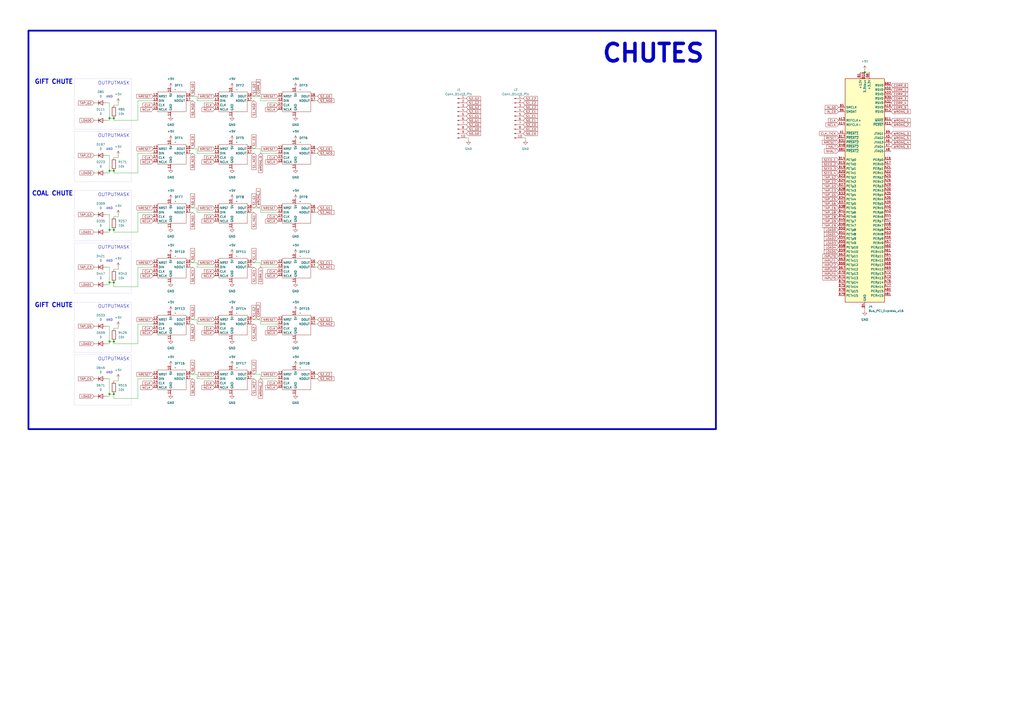
<source format=kicad_sch>
(kicad_sch (version 20250114) (generator "eeschema") (generator_version "9.0")
  (paper "A2")
  (title_block (title "Santa's Microfactory - Chutes PCB 1") (company "Logan Peterson"))
  (rectangle (start 43.18 175.26) (end 76.2 204.47) (stroke (width 0) (type dot)))
  (rectangle (start 43.18 140.97) (end 76.2 170.18) (stroke (width 0) (type dot)))
  (rectangle (start 43.18 110.49) (end 76.2 139.7) (stroke (width 0) (type dot)))
  (rectangle (start 43.18 45.72) (end 76.2 74.93) (stroke (width 0) (type dot)))
  (rectangle (start 16.51 17.78) (end 415.29 248.92) (stroke (width 1.016)))
  (rectangle (start 43.18 76.2) (end 76.2 105.41) (stroke (width 0) (type dot)))
  (rectangle (start 43.18 205.74) (end 76.2 234.95) (stroke (width 0) (type dot)))
  (text "AND" (at 63.5 120.904 0) (effects (font (size 1.27 1.27))))
  (text "AND" (at 63.5 56.134 0) (effects (font (size 1.27 1.27))))
  (text "AND" (at 63.5 151.384 0) (effects (font (size 1.27 1.27))))
  (text "OUTPUTMASK" (at 66.04 177.8 0) (effects (font (size 1.905 1.905))))
  (text "AND" (at 63.5 86.614 0) (effects (font (size 1.27 1.27))))
  (text "OUTPUTMASK" (at 66.04 113.03 0) (effects (font (size 1.905 1.905))))
  (text "GIFT CHUTE" (at 31.242 177.038 0) (effects (font (size 2.54 2.54) (thickness 0.508) (bold yes))))
  (text "AND" (at 63.5 216.154 0) (effects (font (size 1.27 1.27))))
  (text "COAL CHUTE" (at 30.48 112.268 0) (effects (font (size 2.54 2.54) (thickness 0.508) (bold yes))))
  (text "OUTPUTMASK" (at 66.04 48.26 0) (effects (font (size 1.905 1.905))))
  (text "OUTPUTMASK" (at 66.04 208.28 0) (effects (font (size 1.905 1.905))))
  (text "OUTPUTMASK" (at 66.04 143.51 0) (effects (font (size 1.905 1.905))))
  (text "GIFT CHUTE" (at 31.242 47.498 0) (effects (font (size 2.54 2.54) (thickness 0.508) (bold yes))))
  (text "OUTPUTMASK" (at 66.04 78.74 0) (effects (font (size 1.905 1.905))))
  (text "AND" (at 63.5 185.674 0) (effects (font (size 1.27 1.27))))
  (text "CHUTES" (at 378.968 30.988 0) (effects (font (size 10.16 10.16) (thickness 2.032) (bold yes))))
  (junction (at 63.5 68.58))
  (junction (at 63.5 228.6))
  (junction (at 66.04 133.35))
  (junction (at 66.04 228.6))
  (junction (at 63.5 163.83))
  (junction (at 63.5 133.35))
  (junction (at 66.04 99.06))
  (junction (at 501.65 41.91))
  (junction (at 66.04 163.83))
  (junction (at 63.5 99.06))
  (junction (at 66.04 68.58))
  (junction (at 63.5 198.12))
  (junction (at 66.04 198.12))
  (wire (pts (xy 114.3 58.42) (xy 124.46 58.42)))
  (wire (pts (xy 151.13 187.96) (xy 161.29 187.96)))
  (wire (pts (xy 63.5 219.71) (xy 63.5 228.6)))
  (wire (pts (xy 66.04 156.21) (xy 68.58 156.21)))
  (wire (pts (xy 146.05 185.42) (xy 151.13 185.42)))
  (wire (pts (xy 182.88 185.42) (xy 184.15 185.42)))
  (wire (pts (xy 182.88 86.36) (xy 184.15 86.36)))
  (wire (pts (xy 111.76 154.94) (xy 110.49 154.94)))
  (wire (pts (xy 184.15 154.94) (xy 182.88 154.94)))
  (wire (pts (xy 68.58 220.98) (xy 68.58 219.71)))
  (wire (pts (xy 62.23 100.33) (xy 63.5 100.33)))
  (wire (pts (xy 111.76 88.9) (xy 110.49 88.9)))
  (wire (pts (xy 151.13 120.65) (xy 151.13 123.19)))
  (wire (pts (xy 63.5 124.46) (xy 63.5 133.35)))
  (wire (pts (xy 146.05 217.17) (xy 151.13 217.17)))
  (wire (pts (xy 147.32 88.9) (xy 146.05 88.9)))
  (wire (pts (xy 147.32 58.42) (xy 146.05 58.42)))
  (wire (pts (xy 110.49 185.42) (xy 114.3 185.42)))
  (wire (pts (xy 110.49 120.65) (xy 114.3 120.65)))
  (wire (pts (xy 63.5 68.58) (xy 66.04 68.58)))
  (wire (pts (xy 63.5 90.17) (xy 62.23 90.17)))
  (wire (pts (xy 63.5 99.06) (xy 63.5 100.33)))
  (wire (pts (xy 182.88 120.65) (xy 184.15 120.65)))
  (wire (pts (xy 114.3 86.36) (xy 114.3 88.9)))
  (wire (pts (xy 147.32 219.71) (xy 146.05 219.71)))
  (wire (pts (xy 66.04 190.5) (xy 68.58 190.5)))
  (wire (pts (xy 62.23 199.39) (xy 63.5 199.39)))
  (wire (pts (xy 63.5 99.06) (xy 66.04 99.06)))
  (wire (pts (xy 501.65 40.64) (xy 501.65 41.91)))
  (wire (pts (xy 63.5 59.69) (xy 63.5 68.58)))
  (wire (pts (xy 63.5 163.83) (xy 66.04 163.83)))
  (wire (pts (xy 304.8 80.01) (xy 303.53 80.01)))
  (wire (pts (xy 63.5 228.6) (xy 63.5 229.87)))
  (wire (pts (xy 114.3 123.19) (xy 124.46 123.19)))
  (wire (pts (xy 68.58 91.44) (xy 68.58 90.17)))
  (wire (pts (xy 63.5 133.35) (xy 66.04 133.35)))
  (wire (pts (xy 63.5 133.35) (xy 63.5 134.62)))
  (wire (pts (xy 80.01 199.39) (xy 80.01 187.96)))
  (wire (pts (xy 80.01 166.37) (xy 80.01 154.94)))
  (wire (pts (xy 151.13 217.17) (xy 151.13 219.71)))
  (wire (pts (xy 63.5 90.17) (xy 63.5 99.06)))
  (wire (pts (xy 151.13 55.88) (xy 151.13 58.42)))
  (wire (pts (xy 66.04 100.33) (xy 66.04 99.06)))
  (wire (pts (xy 80.01 231.14) (xy 80.01 219.71)))
  (wire (pts (xy 111.76 219.71) (xy 110.49 219.71)))
  (wire (pts (xy 63.5 154.94) (xy 62.23 154.94)))
  (wire (pts (xy 182.88 217.17) (xy 184.15 217.17)))
  (wire (pts (xy 80.01 154.94) (xy 88.9 154.94)))
  (wire (pts (xy 68.58 125.73) (xy 68.58 124.46)))
  (wire (pts (xy 501.65 41.91) (xy 499.11 41.91)))
  (wire (pts (xy 66.04 91.44) (xy 68.58 91.44)))
  (wire (pts (xy 80.01 187.96) (xy 88.9 187.96)))
  (wire (pts (xy 146.05 152.4) (xy 151.13 152.4)))
  (wire (pts (xy 63.5 59.69) (xy 62.23 59.69)))
  (wire (pts (xy 111.76 187.96) (xy 110.49 187.96)))
  (wire (pts (xy 151.13 219.71) (xy 161.29 219.71)))
  (wire (pts (xy 63.5 163.83) (xy 63.5 165.1)))
  (wire (pts (xy 80.01 69.85) (xy 80.01 58.42)))
  (wire (pts (xy 80.01 58.42) (xy 88.9 58.42)))
  (wire (pts (xy 80.01 100.33) (xy 80.01 88.9)))
  (wire (pts (xy 62.23 134.62) (xy 63.5 134.62)))
  (wire (pts (xy 68.58 156.21) (xy 68.58 154.94)))
  (wire (pts (xy 182.88 152.4) (xy 184.15 152.4)))
  (wire (pts (xy 184.15 187.96) (xy 182.88 187.96)))
  (wire (pts (xy 63.5 154.94) (xy 63.5 163.83)))
  (wire (pts (xy 184.15 58.42) (xy 182.88 58.42)))
  (wire (pts (xy 66.04 231.14) (xy 66.04 228.6)))
  (wire (pts (xy 63.5 189.23) (xy 62.23 189.23)))
  (wire (pts (xy 66.04 100.33) (xy 80.01 100.33)))
  (wire (pts (xy 184.15 88.9) (xy 182.88 88.9)))
  (wire (pts (xy 66.04 68.58) (xy 66.04 69.85)))
  (wire (pts (xy 151.13 88.9) (xy 161.29 88.9)))
  (wire (pts (xy 304.8 81.28) (xy 304.8 80.01)))
  (wire (pts (xy 184.15 219.71) (xy 182.88 219.71)))
  (wire (pts (xy 63.5 189.23) (xy 63.5 198.12)))
  (wire (pts (xy 146.05 120.65) (xy 151.13 120.65)))
  (wire (pts (xy 151.13 154.94) (xy 161.29 154.94)))
  (wire (pts (xy 66.04 231.14) (xy 80.01 231.14)))
  (wire (pts (xy 147.32 123.19) (xy 146.05 123.19)))
  (wire (pts (xy 114.3 185.42) (xy 114.3 187.96)))
  (wire (pts (xy 146.05 86.36) (xy 151.13 86.36)))
  (wire (pts (xy 114.3 152.4) (xy 114.3 154.94)))
  (wire (pts (xy 147.32 154.94) (xy 146.05 154.94)))
  (wire (pts (xy 66.04 198.12) (xy 66.04 199.39)))
  (wire (pts (xy 501.65 41.91) (xy 504.19 41.91)))
  (wire (pts (xy 110.49 55.88) (xy 114.3 55.88)))
  (wire (pts (xy 110.49 217.17) (xy 114.3 217.17)))
  (wire (pts (xy 66.04 220.98) (xy 68.58 220.98)))
  (wire (pts (xy 66.04 134.62) (xy 80.01 134.62)))
  (wire (pts (xy 114.3 154.94) (xy 124.46 154.94)))
  (wire (pts (xy 62.23 229.87) (xy 63.5 229.87)))
  (wire (pts (xy 68.58 190.5) (xy 68.58 189.23)))
  (wire (pts (xy 111.76 123.19) (xy 110.49 123.19)))
  (wire (pts (xy 110.49 86.36) (xy 114.3 86.36)))
  (wire (pts (xy 66.04 69.85) (xy 80.01 69.85)))
  (wire (pts (xy 151.13 58.42) (xy 161.29 58.42)))
  (wire (pts (xy 66.04 199.39) (xy 80.01 199.39)))
  (wire (pts (xy 114.3 219.71) (xy 124.46 219.71)))
  (wire (pts (xy 63.5 124.46) (xy 62.23 124.46)))
  (wire (pts (xy 62.23 69.85) (xy 63.5 69.85)))
  (wire (pts (xy 110.49 152.4) (xy 114.3 152.4)))
  (wire (pts (xy 182.88 55.88) (xy 184.15 55.88)))
  (wire (pts (xy 63.5 198.12) (xy 66.04 198.12)))
  (wire (pts (xy 114.3 217.17) (xy 114.3 219.71)))
  (wire (pts (xy 63.5 68.58) (xy 63.5 69.85)))
  (wire (pts (xy 147.32 187.96) (xy 146.05 187.96)))
  (wire (pts (xy 111.76 58.42) (xy 110.49 58.42)))
  (wire (pts (xy 146.05 55.88) (xy 151.13 55.88)))
  (wire (pts (xy 66.04 166.37) (xy 66.04 163.83)))
  (wire (pts (xy 151.13 185.42) (xy 151.13 187.96)))
  (wire (pts (xy 63.5 198.12) (xy 63.5 199.39)))
  (wire (pts (xy 271.78 81.28) (xy 271.78 80.01)))
  (wire (pts (xy 501.65 180.34) (xy 501.65 179.07)))
  (wire (pts (xy 66.04 133.35) (xy 66.04 134.62)))
  (wire (pts (xy 271.78 80.01) (xy 270.51 80.01)))
  (wire (pts (xy 80.01 88.9) (xy 88.9 88.9)))
  (wire (pts (xy 62.23 165.1) (xy 63.5 165.1)))
  (wire (pts (xy 63.5 228.6) (xy 66.04 228.6)))
  (wire (pts (xy 114.3 120.65) (xy 114.3 123.19)))
  (wire (pts (xy 151.13 86.36) (xy 151.13 88.9)))
  (wire (pts (xy 66.04 125.73) (xy 68.58 125.73)))
  (wire (pts (xy 151.13 152.4) (xy 151.13 154.94)))
  (wire (pts (xy 114.3 88.9) (xy 124.46 88.9)))
  (wire (pts (xy 66.04 166.37) (xy 80.01 166.37)))
  (wire (pts (xy 63.5 219.71) (xy 62.23 219.71)))
  (wire (pts (xy 114.3 55.88) (xy 114.3 58.42)))
  (wire (pts (xy 80.01 219.71) (xy 88.9 219.71)))
  (wire (pts (xy 68.58 60.96) (xy 68.58 59.69)))
  (wire (pts (xy 151.13 123.19) (xy 161.29 123.19)))
  (wire (pts (xy 80.01 123.19) (xy 88.9 123.19)))
  (wire (pts (xy 80.01 134.62) (xy 80.01 123.19)))
  (wire (pts (xy 114.3 187.96) (xy 124.46 187.96)))
  (wire (pts (xy 66.04 60.96) (xy 68.58 60.96)))
  (wire (pts (xy 184.15 123.19) (xy 182.88 123.19)))
  (global_label "WRONG_0" (shape input) (at 151.13 88.9 270) (property "Intersheetrefs" "${INTERSHEET_REFS}" (effects (hide yes))))
  (global_label "WRONG_1" (shape input) (at 149.86 120.65 90) (property "Intersheetrefs" "${INTERSHEET_REFS}" (effects (hide yes))))
  (global_label "S2_G1" (shape input) (at 270.51 64.77 0) (property "Intersheetrefs" "${INTERSHEET_REFS}" (effects (hide yes))))
  (global_label "TAP_G3" (shape input) (at 54.61 124.46 180) (property "Intersheetrefs" "${INTERSHEET_REFS}" (effects (hide yes))))
  (global_label "S2_NG0" (shape input) (at 184.15 58.42 0) (property "Intersheetrefs" "${INTERSHEET_REFS}" (effects (hide yes))))
  (global_label "INPUT0" (shape input) (at 486.41 148.59 180) (property "Intersheetrefs" "${INTERSHEET_REFS}" (effects (hide yes))))
  (global_label "NRESET" (shape input) (at 161.29 86.36 180) (property "Intersheetrefs" "${INTERSHEET_REFS}" (effects (hide yes))))
  (global_label "S0_C2" (shape input) (at 111.76 217.17 90) (property "Intersheetrefs" "${INTERSHEET_REFS}" (effects (hide yes))))
  (global_label "INPUT1" (shape input) (at 486.41 151.13 180) (property "Intersheetrefs" "${INTERSHEET_REFS}" (effects (hide yes))))
  (global_label "WRONG_2" (shape input) (at 151.13 219.71 270) (property "Intersheetrefs" "${INTERSHEET_REFS}" (effects (hide yes))))
  (global_label "S2_NC1" (shape input) (at 184.15 154.94 0) (property "Intersheetrefs" "${INTERSHEET_REFS}" (effects (hide yes))))
  (global_label "TAP_G3" (shape input) (at 486.41 107.95 180) (property "Intersheetrefs" "${INTERSHEET_REFS}" (effects (hide yes))))
  (global_label "NRESET" (shape input) (at 88.9 86.36 180) (property "Intersheetrefs" "${INTERSHEET_REFS}" (effects (hide yes))))
  (global_label "S0_G0" (shape input) (at 111.76 55.88 90) (property "Intersheetrefs" "${INTERSHEET_REFS}" (effects (hide yes))))
  (global_label "NCLK" (shape input) (at 161.29 224.79 180) (property "Intersheetrefs" "${INTERSHEET_REFS}" (effects (hide yes))))
  (global_label "CLK" (shape input) (at 124.46 60.96 180) (property "Intersheetrefs" "${INTERSHEET_REFS}" (effects (hide yes))))
  (global_label "TAP_C2" (shape input) (at 486.41 105.41 180) (property "Intersheetrefs" "${INTERSHEET_REFS}" (effects (hide yes))))
  (global_label "S2_NC0" (shape input) (at 184.15 88.9 0) (property "Intersheetrefs" "${INTERSHEET_REFS}" (effects (hide yes))))
  (global_label "S0_NG1" (shape input) (at 111.76 123.19 270) (property "Intersheetrefs" "${INTERSHEET_REFS}" (effects (hide yes))))
  (global_label "CORR_1" (shape input) (at 151.13 154.94 270) (property "Intersheetrefs" "${INTERSHEET_REFS}" (effects (hide yes))))
  (global_label "TAP_C5" (shape input) (at 486.41 115.57 180) (property "Intersheetrefs" "${INTERSHEET_REFS}" (effects (hide yes))))
  (global_label "IN_G0" (shape input) (at 486.41 62.23 180) (property "Intersheetrefs" "${INTERSHEET_REFS}" (effects (hide yes))))
  (global_label "CLK" (shape input) (at 161.29 91.44 180) (property "Intersheetrefs" "${INTERSHEET_REFS}" (effects (hide yes))))
  (global_label "NCLK" (shape input) (at 161.29 160.02 180) (property "Intersheetrefs" "${INTERSHEET_REFS}" (effects (hide yes))))
  (global_label "NCLK" (shape input) (at 124.46 193.04 180) (property "Intersheetrefs" "${INTERSHEET_REFS}" (effects (hide yes))))
  (global_label "LOAD4" (shape input) (at 486.41 143.51 180) (property "Intersheetrefs" "${INTERSHEET_REFS}" (effects (hide yes))))
  (global_label "TAP_G2" (shape input) (at 486.41 102.87 180) (property "Intersheetrefs" "${INTERSHEET_REFS}" (effects (hide yes))))
  (global_label "S0_G0" (shape input) (at 270.51 77.47 0) (property "Intersheetrefs" "${INTERSHEET_REFS}" (effects (hide yes))))
  (global_label "CLK" (shape input) (at 124.46 190.5 180) (property "Intersheetrefs" "${INTERSHEET_REFS}" (effects (hide yes))))
  (global_label "NCLK" (shape input) (at 486.41 72.39 180) (property "Intersheetrefs" "${INTERSHEET_REFS}" (effects (hide yes))))
  (global_label "TAP_G5" (shape input) (at 54.61 189.23 180) (property "Intersheetrefs" "${INTERSHEET_REFS}" (effects (hide yes))))
  (global_label "S0_C0" (shape input) (at 303.53 77.47 0) (property "Intersheetrefs" "${INTERSHEET_REFS}" (effects (hide yes))))
  (global_label "CLK" (shape input) (at 88.9 125.73 180) (property "Intersheetrefs" "${INTERSHEET_REFS}" (effects (hide yes))))
  (global_label "S1_C2" (shape input) (at 303.53 59.69 0) (property "Intersheetrefs" "${INTERSHEET_REFS}" (effects (hide yes))))
  (global_label "CLK" (shape input) (at 124.46 157.48 180) (property "Intersheetrefs" "${INTERSHEET_REFS}" (effects (hide yes))))
  (global_label "S0_C2" (shape input) (at 303.53 62.23 0) (property "Intersheetrefs" "${INTERSHEET_REFS}" (effects (hide yes))))
  (global_label "NRESET" (shape input) (at 486.41 82.55 180) (property "Intersheetrefs" "${INTERSHEET_REFS}" (effects (hide yes))))
  (global_label "S1_C0" (shape input) (at 147.32 86.36 90) (property "Intersheetrefs" "${INTERSHEET_REFS}" (effects (hide yes))))
  (global_label "S1_NC0" (shape input) (at 147.32 88.9 270) (property "Intersheetrefs" "${INTERSHEET_REFS}" (effects (hide yes))))
  (global_label "WRONG_4" (shape input) (at 516.89 82.55 0) (property "Intersheetrefs" "${INTERSHEET_REFS}" (effects (hide yes))))
  (global_label "NCLK" (shape input) (at 88.9 193.04 180) (property "Intersheetrefs" "${INTERSHEET_REFS}" (effects (hide yes))))
  (global_label "NCLK" (shape input) (at 88.9 63.5 180) (property "Intersheetrefs" "${INTERSHEET_REFS}" (effects (hide yes))))
  (global_label "S2_C2" (shape input) (at 184.15 217.17 0) (property "Intersheetrefs" "${INTERSHEET_REFS}" (effects (hide yes))))
  (global_label "CLK" (shape input) (at 88.9 222.25 180) (property "Intersheetrefs" "${INTERSHEET_REFS}" (effects (hide yes))))
  (global_label "NCLK" (shape input) (at 124.46 160.02 180) (property "Intersheetrefs" "${INTERSHEET_REFS}" (effects (hide yes))))
  (global_label "CLK" (shape input) (at 88.9 157.48 180) (property "Intersheetrefs" "${INTERSHEET_REFS}" (effects (hide yes))))
  (global_label "LOAD0" (shape input) (at 54.61 69.85 180) (property "Intersheetrefs" "${INTERSHEET_REFS}" (effects (hide yes))))
  (global_label "S1_C2" (shape input) (at 147.32 217.17 90) (property "Intersheetrefs" "${INTERSHEET_REFS}" (effects (hide yes))))
  (global_label "CLK" (shape input) (at 161.29 190.5 180) (property "Intersheetrefs" "${INTERSHEET_REFS}" (effects (hide yes))))
  (global_label "CLK" (shape input) (at 124.46 222.25 180) (property "Intersheetrefs" "${INTERSHEET_REFS}" (effects (hide yes))))
  (global_label "SEED_4" (shape input) (at 486.41 100.33 180) (property "Intersheetrefs" "${INTERSHEET_REFS}" (effects (hide yes))))
  (global_label "S0_C0" (shape input) (at 111.76 86.36 90) (property "Intersheetrefs" "${INTERSHEET_REFS}" (effects (hide yes))))
  (global_label "CORR_2" (shape input) (at 516.89 54.61 0) (property "Intersheetrefs" "${INTERSHEET_REFS}" (effects (hide yes))))
  (global_label "WRONG_3" (shape input) (at 516.89 77.47 0) (property "Intersheetrefs" "${INTERSHEET_REFS}" (effects (hide yes))))
  (global_label "CLK" (shape input) (at 161.29 157.48 180) (property "Intersheetrefs" "${INTERSHEET_REFS}" (effects (hide yes))))
  (global_label "INPUT3" (shape input) (at 486.41 156.21 180) (property "Intersheetrefs" "${INTERSHEET_REFS}" (effects (hide yes))))
  (global_label "INPUT2" (shape input) (at 486.41 153.67 180) (property "Intersheetrefs" "${INTERSHEET_REFS}" (effects (hide yes))))
  (global_label "S1_NG2" (shape input) (at 147.32 187.96 270) (property "Intersheetrefs" "${INTERSHEET_REFS}" (effects (hide yes))))
  (global_label "TAP_G2" (shape input) (at 54.61 59.69 180) (property "Intersheetrefs" "${INTERSHEET_REFS}" (effects (hide yes))))
  (global_label "S0_NC0" (shape input) (at 111.76 88.9 270) (property "Intersheetrefs" "${INTERSHEET_REFS}" (effects (hide yes))))
  (global_label "LOAD1" (shape input) (at 486.41 135.89 180) (property "Intersheetrefs" "${INTERSHEET_REFS}" (effects (hide yes))))
  (global_label "NRESET" (shape input) (at 124.46 55.88 180) (property "Intersheetrefs" "${INTERSHEET_REFS}" (effects (hide yes))))
  (global_label "S1_C0" (shape input) (at 303.53 74.93 0) (property "Intersheetrefs" "${INTERSHEET_REFS}" (effects (hide yes))))
  (global_label "S1_NG0" (shape input) (at 147.32 58.42 270) (property "Intersheetrefs" "${INTERSHEET_REFS}" (effects (hide yes))))
  (global_label "S1_G1" (shape input) (at 270.51 67.31 0) (property "Intersheetrefs" "${INTERSHEET_REFS}" (effects (hide yes))))
  (global_label "NRESET" (shape input) (at 161.29 120.65 180) (property "Intersheetrefs" "${INTERSHEET_REFS}" (effects (hide yes))))
  (global_label "LOAD0" (shape input) (at 54.61 100.33 180) (property "Intersheetrefs" "${INTERSHEET_REFS}" (effects (hide yes))))
  (global_label "NRESET" (shape input) (at 124.46 152.4 180) (property "Intersheetrefs" "${INTERSHEET_REFS}" (effects (hide yes))))
  (global_label "NCLK" (shape input) (at 88.9 224.79 180) (property "Intersheetrefs" "${INTERSHEET_REFS}" (effects (hide yes))))
  (global_label "CORR_2" (shape input) (at 149.86 185.42 90) (property "Intersheetrefs" "${INTERSHEET_REFS}" (effects (hide yes))))
  (global_label "CLK" (shape input) (at 161.29 222.25 180) (property "Intersheetrefs" "${INTERSHEET_REFS}" (effects (hide yes))))
  (global_label "SEED_2" (shape input) (at 486.41 95.25 180) (property "Intersheetrefs" "${INTERSHEET_REFS}" (effects (hide yes))))
  (global_label "S1_C1" (shape input) (at 303.53 67.31 0) (property "Intersheetrefs" "${INTERSHEET_REFS}" (effects (hide yes))))
  (global_label "WRONG_5" (shape input) (at 516.89 80.01 0) (property "Intersheetrefs" "${INTERSHEET_REFS}" (effects (hide yes))))
  (global_label "NCLK" (shape input) (at 124.46 63.5 180) (property "Intersheetrefs" "${INTERSHEET_REFS}" (effects (hide yes))))
  (global_label "S0_G1" (shape input) (at 111.76 120.65 90) (property "Intersheetrefs" "${INTERSHEET_REFS}" (effects (hide yes))))
  (global_label "CORR_5" (shape input) (at 516.89 62.23 0) (property "Intersheetrefs" "${INTERSHEET_REFS}" (effects (hide yes))))
  (global_label "CLK" (shape input) (at 161.29 60.96 180) (property "Intersheetrefs" "${INTERSHEET_REFS}" (effects (hide yes))))
  (global_label "NCLK" (shape input) (at 88.9 128.27 180) (property "Intersheetrefs" "${INTERSHEET_REFS}" (effects (hide yes))))
  (global_label "S2_NC2" (shape input) (at 184.15 219.71 0) (property "Intersheetrefs" "${INTERSHEET_REFS}" (effects (hide yes))))
  (global_label "WRONG_5" (shape input) (at 516.89 85.09 0) (property "Intersheetrefs" "${INTERSHEET_REFS}" (effects (hide yes))))
  (global_label "CLK" (shape input) (at 88.9 60.96 180) (property "Intersheetrefs" "${INTERSHEET_REFS}" (effects (hide yes))))
  (global_label "S1_G1" (shape input) (at 147.32 120.65 90) (property "Intersheetrefs" "${INTERSHEET_REFS}" (effects (hide yes))))
  (global_label "SEED_1" (shape input) (at 486.41 92.71 180) (property "Intersheetrefs" "${INTERSHEET_REFS}" (effects (hide yes))))
  (global_label "NCLK" (shape input) (at 124.46 224.79 180) (property "Intersheetrefs" "${INTERSHEET_REFS}" (effects (hide yes))))
  (global_label "CORR_1" (shape input) (at 516.89 52.07 0) (property "Intersheetrefs" "${INTERSHEET_REFS}" (effects (hide yes))))
  (global_label "RESET" (shape input) (at 486.41 80.01 180) (property "Intersheetrefs" "${INTERSHEET_REFS}" (effects (hide yes))))
  (global_label "NRESET" (shape input) (at 124.46 120.65 180) (property "Intersheetrefs" "${INTERSHEET_REFS}" (effects (hide yes))))
  (global_label "NRESET" (shape input) (at 124.46 86.36 180) (property "Intersheetrefs" "${INTERSHEET_REFS}" (effects (hide yes))))
  (global_label "TAP_C5" (shape input) (at 54.61 219.71 180) (property "Intersheetrefs" "${INTERSHEET_REFS}" (effects (hide yes))))
  (global_label "SEED_3" (shape input) (at 486.41 97.79 180) (property "Intersheetrefs" "${INTERSHEET_REFS}" (effects (hide yes))))
  (global_label "S0_NG0" (shape input) (at 111.76 58.42 270) (property "Intersheetrefs" "${INTERSHEET_REFS}" (effects (hide yes))))
  (global_label "S1_G2" (shape input) (at 147.32 185.42 90) (property "Intersheetrefs" "${INTERSHEET_REFS}" (effects (hide yes))))
  (global_label "NRESET" (shape input) (at 161.29 185.42 180) (property "Intersheetrefs" "${INTERSHEET_REFS}" (effects (hide yes))))
  (global_label "TAP_G8" (shape input) (at 486.41 123.19 180) (property "Intersheetrefs" "${INTERSHEET_REFS}" (effects (hide yes))))
  (global_label "NRESET" (shape input) (at 124.46 217.17 180) (property "Intersheetrefs" "${INTERSHEET_REFS}" (effects (hide yes))))
  (global_label "NCLK" (shape input) (at 88.9 93.98 180) (property "Intersheetrefs" "${INTERSHEET_REFS}" (effects (hide yes))))
  (global_label "NCLK" (shape input) (at 124.46 93.98 180) (property "Intersheetrefs" "${INTERSHEET_REFS}" (effects (hide yes))))
  (global_label "S0_G1" (shape input) (at 270.51 69.85 0) (property "Intersheetrefs" "${INTERSHEET_REFS}" (effects (hide yes))))
  (global_label "WRONG_1" (shape input) (at 516.89 69.85 0) (property "Intersheetrefs" "${INTERSHEET_REFS}" (effects (hide yes))))
  (global_label "NRESET" (shape input) (at 88.9 185.42 180) (property "Intersheetrefs" "${INTERSHEET_REFS}" (effects (hide yes))))
  (global_label "S0_G2" (shape input) (at 111.76 185.42 90) (property "Intersheetrefs" "${INTERSHEET_REFS}" (effects (hide yes))))
  (global_label "S2_NG2" (shape input) (at 184.15 187.96 0) (property "Intersheetrefs" "${INTERSHEET_REFS}" (effects (hide yes))))
  (global_label "S2_G2" (shape input) (at 270.51 57.15 0) (property "Intersheetrefs" "${INTERSHEET_REFS}" (effects (hide yes))))
  (global_label "NCLK" (shape input) (at 88.9 160.02 180) (property "Intersheetrefs" "${INTERSHEET_REFS}" (effects (hide yes))))
  (global_label "LOAD2" (shape input) (at 486.41 138.43 180) (property "Intersheetrefs" "${INTERSHEET_REFS}" (effects (hide yes))))
  (global_label "LOAD0" (shape input) (at 486.41 133.35 180) (property "Intersheetrefs" "${INTERSHEET_REFS}" (effects (hide yes))))
  (global_label "NCLK" (shape input) (at 161.29 93.98 180) (property "Intersheetrefs" "${INTERSHEET_REFS}" (effects (hide yes))))
  (global_label "S1_NC1" (shape input) (at 147.32 154.94 270) (property "Intersheetrefs" "${INTERSHEET_REFS}" (effects (hide yes))))
  (global_label "S2_G1" (shape input) (at 184.15 120.65 0) (property "Intersheetrefs" "${INTERSHEET_REFS}" (effects (hide yes))))
  (global_label "CLK" (shape input) (at 88.9 91.44 180) (property "Intersheetrefs" "${INTERSHEET_REFS}" (effects (hide yes))))
  (global_label "CORR_4" (shape input) (at 516.89 59.69 0) (property "Intersheetrefs" "${INTERSHEET_REFS}" (effects (hide yes))))
  (global_label "TAP_C9" (shape input) (at 486.41 130.81 180) (property "Intersheetrefs" "${INTERSHEET_REFS}" (effects (hide yes))))
  (global_label "NCLK" (shape input) (at 124.46 128.27 180) (property "Intersheetrefs" "${INTERSHEET_REFS}" (effects (hide yes))))
  (global_label "LOAD1" (shape input) (at 54.61 134.62 180) (property "Intersheetrefs" "${INTERSHEET_REFS}" (effects (hide yes))))
  (global_label "HALT" (shape input) (at 486.41 85.09 180) (property "Intersheetrefs" "${INTERSHEET_REFS}" (effects (hide yes))))
  (global_label "S2_C1" (shape input) (at 303.53 64.77 0) (property "Intersheetrefs" "${INTERSHEET_REFS}" (effects (hide yes))))
  (global_label "S2_C2" (shape input) (at 303.53 57.15 0) (property "Intersheetrefs" "${INTERSHEET_REFS}" (effects (hide yes))))
  (global_label "CLK" (shape input) (at 486.41 69.85 180) (property "Intersheetrefs" "${INTERSHEET_REFS}" (effects (hide yes))))
  (global_label "CORR_3" (shape input) (at 516.89 57.15 0) (property "Intersheetrefs" "${INTERSHEET_REFS}" (effects (hide yes))))
  (global_label "S0_NC1" (shape input) (at 111.76 154.94 270) (property "Intersheetrefs" "${INTERSHEET_REFS}" (effects (hide yes))))
  (global_label "IN_C0" (shape input) (at 486.41 64.77 180) (property "Intersheetrefs" "${INTERSHEET_REFS}" (effects (hide yes))))
  (global_label "S1_C1" (shape input) (at 147.32 152.4 90) (property "Intersheetrefs" "${INTERSHEET_REFS}" (effects (hide yes))))
  (global_label "CORR_0" (shape input) (at 516.89 49.53 0) (property "Intersheetrefs" "${INTERSHEET_REFS}" (effects (hide yes))))
  (global_label "TAP_G6" (shape input) (at 486.41 118.11 180) (property "Intersheetrefs" "${INTERSHEET_REFS}" (effects (hide yes))))
  (global_label "LOAD3" (shape input) (at 486.41 140.97 180) (property "Intersheetrefs" "${INTERSHEET_REFS}" (effects (hide yes))))
  (global_label "TAP_C3" (shape input) (at 486.41 110.49 180) (property "Intersheetrefs" "${INTERSHEET_REFS}" (effects (hide yes))))
  (global_label "S0_C1" (shape input) (at 303.53 69.85 0) (property "Intersheetrefs" "${INTERSHEET_REFS}" (effects (hide yes))))
  (global_label "NHALT" (shape input) (at 486.41 87.63 180) (property "Intersheetrefs" "${INTERSHEET_REFS}" (effects (hide yes))))
  (global_label "NRESET" (shape input) (at 124.46 185.42 180) (property "Intersheetrefs" "${INTERSHEET_REFS}" (effects (hide yes))))
  (global_label "S2_C0" (shape input) (at 303.53 72.39 0) (property "Intersheetrefs" "${INTERSHEET_REFS}" (effects (hide yes))))
  (global_label "TAP_C2" (shape input) (at 54.61 90.17 180) (property "Intersheetrefs" "${INTERSHEET_REFS}" (effects (hide yes))))
  (global_label "S0_G2" (shape input) (at 270.51 62.23 0) (property "Intersheetrefs" "${INTERSHEET_REFS}" (effects (hide yes))))
  (global_label "CLK" (shape input) (at 124.46 91.44 180) (property "Intersheetrefs" "${INTERSHEET_REFS}" (effects (hide yes))))
  (global_label "NRESET" (shape input) (at 88.9 152.4 180) (property "Intersheetrefs" "${INTERSHEET_REFS}" (effects (hide yes))))
  (global_label "LOAD5" (shape input) (at 486.41 146.05 180) (property "Intersheetrefs" "${INTERSHEET_REFS}" (effects (hide yes))))
  (global_label "S2_C1" (shape input) (at 184.15 152.4 0) (property "Intersheetrefs" "${INTERSHEET_REFS}" (effects (hide yes))))
  (global_label "WRONG_2" (shape input) (at 516.89 72.39 0) (property "Intersheetrefs" "${INTERSHEET_REFS}" (effects (hide yes))))
  (global_label "S1_G0" (shape input) (at 270.51 74.93 0) (property "Intersheetrefs" "${INTERSHEET_REFS}" (effects (hide yes))))
  (global_label "NCLK" (shape input) (at 161.29 63.5 180) (property "Intersheetrefs" "${INTERSHEET_REFS}" (effects (hide yes))))
  (global_label "LOAD1" (shape input) (at 54.61 165.1 180) (property "Intersheetrefs" "${INTERSHEET_REFS}" (effects (hide yes))))
  (global_label "S0_NC2" (shape input) (at 111.76 219.71 270) (property "Intersheetrefs" "${INTERSHEET_REFS}" (effects (hide yes))))
  (global_label "S0_NG2" (shape input) (at 111.76 187.96 270) (property "Intersheetrefs" "${INTERSHEET_REFS}" (effects (hide yes))))
  (global_label "WRONG_0" (shape input) (at 516.89 64.77 0) (property "Intersheetrefs" "${INTERSHEET_REFS}" (effects (hide yes))))
  (global_label "NRESET" (shape input) (at 161.29 55.88 180) (property "Intersheetrefs" "${INTERSHEET_REFS}" (effects (hide yes))))
  (global_label "CLK" (shape input) (at 124.46 125.73 180) (property "Intersheetrefs" "${INTERSHEET_REFS}" (effects (hide yes))))
  (global_label "S2_G2" (shape input) (at 184.15 185.42 0) (property "Intersheetrefs" "${INTERSHEET_REFS}" (effects (hide yes))))
  (global_label "LOAD2" (shape input) (at 54.61 229.87 180) (property "Intersheetrefs" "${INTERSHEET_REFS}" (effects (hide yes))))
  (global_label "S1_G2" (shape input) (at 270.51 59.69 0) (property "Intersheetrefs" "${INTERSHEET_REFS}" (effects (hide yes))))
  (global_label "LOAD2" (shape input) (at 54.61 199.39 180) (property "Intersheetrefs" "${INTERSHEET_REFS}" (effects (hide yes))))
  (global_label "S0_C1" (shape input) (at 111.76 152.4 90) (property "Intersheetrefs" "${INTERSHEET_REFS}" (effects (hide yes))))
  (global_label "NRESET" (shape input) (at 161.29 217.17 180) (property "Intersheetrefs" "${INTERSHEET_REFS}" (effects (hide yes))))
  (global_label "TAP_G9" (shape input) (at 486.41 128.27 180) (property "Intersheetrefs" "${INTERSHEET_REFS}" (effects (hide yes))))
  (global_label "CORR_0" (shape input) (at 149.86 55.88 90) (property "Intersheetrefs" "${INTERSHEET_REFS}" (effects (hide yes))))
  (global_label "INPUT4" (shape input) (at 486.41 158.75 180) (property "Intersheetrefs" "${INTERSHEET_REFS}" (effects (hide yes))))
  (global_label "TAP_C8" (shape input) (at 486.41 125.73 180) (property "Intersheetrefs" "${INTERSHEET_REFS}" (effects (hide yes))))
  (global_label "S1_NC2" (shape input) (at 147.32 219.71 270) (property "Intersheetrefs" "${INTERSHEET_REFS}" (effects (hide yes))))
  (global_label "CLK_TICK" (shape input) (at 486.41 77.47 180) (property "Intersheetrefs" "${INTERSHEET_REFS}" (effects (hide yes))))
  (global_label "S1_NG1" (shape input) (at 147.32 123.19 270) (property "Intersheetrefs" "${INTERSHEET_REFS}" (effects (hide yes))))
  (global_label "NRESET" (shape input) (at 88.9 120.65 180) (property "Intersheetrefs" "${INTERSHEET_REFS}" (effects (hide yes))))
  (global_label "TAP_C3" (shape input) (at 54.61 154.94 180) (property "Intersheetrefs" "${INTERSHEET_REFS}" (effects (hide yes))))
  (global_label "CLK" (shape input) (at 88.9 190.5 180) (property "Intersheetrefs" "${INTERSHEET_REFS}" (effects (hide yes))))
  (global_label "NCLK" (shape input) (at 161.29 193.04 180) (property "Intersheetrefs" "${INTERSHEET_REFS}" (effects (hide yes))))
  (global_label "S2_G0" (shape input) (at 270.51 72.39 0) (property "Intersheetrefs" "${INTERSHEET_REFS}" (effects (hide yes))))
  (global_label "INPUT5" (shape input) (at 486.41 161.29 180) (property "Intersheetrefs" "${INTERSHEET_REFS}" (effects (hide yes))))
  (global_label "NRESET" (shape input) (at 88.9 217.17 180) (property "Intersheetrefs" "${INTERSHEET_REFS}" (effects (hide yes))))
  (global_label "S1_G0" (shape input) (at 147.32 55.88 90) (property "Intersheetrefs" "${INTERSHEET_REFS}" (effects (hide yes))))
  (global_label "S2_NG1" (shape input) (at 184.15 123.19 0) (property "Intersheetrefs" "${INTERSHEET_REFS}" (effects (hide yes))))
  (global_label "S2_G0" (shape input) (at 184.15 55.88 0) (property "Intersheetrefs" "${INTERSHEET_REFS}" (effects (hide yes))))
  (global_label "S2_C0" (shape input) (at 184.15 86.36 0) (property "Intersheetrefs" "${INTERSHEET_REFS}" (effects (hide yes))))
  (global_label "CLK" (shape input) (at 161.29 125.73 180) (property "Intersheetrefs" "${INTERSHEET_REFS}" (effects (hide yes))))
  (global_label "NCLK" (shape input) (at 161.29 128.27 180) (property "Intersheetrefs" "${INTERSHEET_REFS}" (effects (hide yes))))
  (global_label "NRESET" (shape input) (at 161.29 152.4 180) (property "Intersheetrefs" "${INTERSHEET_REFS}" (effects (hide yes))))
  (global_label "TAP_G5" (shape input) (at 486.41 113.03 180) (property "Intersheetrefs" "${INTERSHEET_REFS}" (effects (hide yes))))
  (global_label "TAP_C6" (shape input) (at 486.41 120.65 180) (property "Intersheetrefs" "${INTERSHEET_REFS}" (effects (hide yes))))
  (global_label "NRESET" (shape input) (at 88.9 55.88 180) (property "Intersheetrefs" "${INTERSHEET_REFS}" (effects (hide yes))))
  (symbol (lib_id "Device:D") (at 58.42 189.23 0) (unit 1)
    (property "Reference" "D533" (at 58.42 182.88 0))
    (property "Value" "D" (at 58.42 185.42 0))
    (property "Footprint" "Diode_THT:D_DO-35_SOD27_P2.54mm_Vertical_AnodeUp" (effects (hide yes)))
    (property "Description" "Diode" (effects (hide yes)))
    (property "Sim.Device" "D" (effects (hide yes)))
    (property "Sim.Pins" "1=K 2=A" (effects (hide yes)))
  )
  (symbol (lib_id "shenanigans:DFF-shenanigans") (at 135.89 124.46 0) (unit 1)
    (property "Reference" "DFF8" (at 136.7633 114.3 0) (effects (justify left)))
    (property "Value" "~" (at 136.7633 116.84 0) (effects (justify left)))
    (property "Footprint" "shenanigans:DFF-shenanigans" (effects (hide yes)))
  )
  (symbol (lib_id "power:+5V") (at 171.45 147.32 0) (unit 1)
    (property "Reference" "#PWR019" (effects (hide yes)))
    (property "Value" "+5V" (at 171.45 142.24 0))
    (property "Description" "Power symbol creates a global label with name \"+5V\"" (effects (hide yes)))
  )
  (symbol (lib_id "Device:D") (at 58.42 69.85 0) (unit 1)
    (property "Reference" "D111" (at 58.42 63.5 0))
    (property "Value" "D" (at 58.42 66.04 0))
    (property "Footprint" "Diode_THT:D_DO-35_SOD27_P2.54mm_Vertical_AnodeUp" (effects (hide yes)))
    (property "Description" "Diode" (effects (hide yes)))
    (property "Sim.Device" "D" (effects (hide yes)))
    (property "Sim.Pins" "1=K 2=A" (effects (hide yes)))
  )
  (symbol (lib_id "Device:D") (at 58.42 165.1 0) (unit 1)
    (property "Reference" "D447" (at 58.42 158.75 0))
    (property "Value" "D" (at 58.42 161.29 0))
    (property "Footprint" "Diode_THT:D_DO-35_SOD27_P2.54mm_Vertical_AnodeUp" (effects (hide yes)))
    (property "Description" "Diode" (effects (hide yes)))
    (property "Sim.Device" "D" (effects (hide yes)))
    (property "Sim.Pins" "1=K 2=A" (effects (hide yes)))
  )
  (symbol (lib_id "power:GND") (at 99.06 67.31 0) (unit 1)
    (property "Reference" "#PWR0570" (effects (hide yes)))
    (property "Value" "GND" (at 99.06 72.39 0))
    (property "Description" "Power symbol creates a global label with name \"GND\" , ground" (effects (hide yes)))
  )
  (symbol (lib_id "power:GND") (at 134.62 97.79 0) (unit 1)
    (property "Reference" "#PWR09" (effects (hide yes)))
    (property "Value" "GND" (at 134.62 102.87 0))
    (property "Description" "Power symbol creates a global label with name \"GND\" , ground" (effects (hide yes)))
  )
  (symbol (lib_id "shenanigans:DFF-shenanigans") (at 135.89 90.17 0) (unit 1)
    (property "Reference" "DFF5" (at 136.7633 80.01 0) (effects (justify left)))
    (property "Value" "~" (at 136.7633 82.55 0) (effects (justify left)))
    (property "Footprint" "shenanigans:DFF-shenanigans" (effects (hide yes)))
  )
  (symbol (lib_id "Device:R") (at 66.04 160.02 0) (unit 1)
    (property "Reference" "R343" (at 68.58 158.7499 0) (effects (justify left)))
    (property "Value" "10k" (at 68.58 161.2899 0) (effects (justify left)))
    (property "Footprint" "Resistor_THT:R_Axial_DIN0207_L6.3mm_D2.5mm_P2.54mm_Vertical" (effects (hide yes)))
    (property "Description" "Resistor" (effects (hide yes)))
  )
  (symbol (lib_id "power:GND") (at 171.45 97.79 0) (unit 1)
    (property "Reference" "#PWR010" (effects (hide yes)))
    (property "Value" "GND" (at 171.45 102.87 0))
    (property "Description" "Power symbol creates a global label with name \"GND\" , ground" (effects (hide yes)))
  )
  (symbol (lib_id "shenanigans:DFF-shenanigans") (at 100.33 156.21 0) (unit 1)
    (property "Reference" "DFF10" (at 101.2033 146.05 0) (effects (justify left)))
    (property "Value" "~" (at 101.2033 148.59 0) (effects (justify left)))
    (property "Footprint" "shenanigans:DFF-shenanigans" (effects (hide yes)))
  )
  (symbol (lib_id "shenanigans:DFF-shenanigans") (at 135.89 156.21 0) (unit 1)
    (property "Reference" "DFF11" (at 136.7633 146.05 0) (effects (justify left)))
    (property "Value" "~" (at 136.7633 148.59 0) (effects (justify left)))
    (property "Footprint" "shenanigans:DFF-shenanigans" (effects (hide yes)))
  )
  (symbol (lib_id "power:GND") (at 171.45 163.83 0) (unit 1)
    (property "Reference" "#PWR022" (effects (hide yes)))
    (property "Value" "GND" (at 171.45 168.91 0))
    (property "Description" "Power symbol creates a global label with name \"GND\" , ground" (effects (hide yes)))
  )
  (symbol (lib_id "power:+5V") (at 171.45 81.28 0) (unit 1)
    (property "Reference" "#PWR07" (effects (hide yes)))
    (property "Value" "+5V" (at 171.45 76.2 0))
    (property "Description" "Power symbol creates a global label with name \"+5V\"" (effects (hide yes)))
  )
  (symbol (lib_id "shenanigans:DFF-shenanigans") (at 172.72 220.98 0) (unit 1)
    (property "Reference" "DFF18" (at 173.5933 210.82 0) (effects (justify left)))
    (property "Value" "~" (at 173.5933 213.36 0) (effects (justify left)))
    (property "Footprint" "shenanigans:DFF-shenanigans" (effects (hide yes)))
  )
  (symbol (lib_id "power:GND") (at 99.06 132.08 0) (unit 1)
    (property "Reference" "#PWR014" (effects (hide yes)))
    (property "Value" "GND" (at 99.06 137.16 0))
    (property "Description" "Power symbol creates a global label with name \"GND\" , ground" (effects (hide yes)))
  )
  (symbol (lib_id "shenanigans:DFF-shenanigans") (at 135.89 189.23 0) (unit 1)
    (property "Reference" "DFF14" (at 136.7633 179.07 0) (effects (justify left)))
    (property "Value" "~" (at 136.7633 181.61 0) (effects (justify left)))
    (property "Footprint" "shenanigans:DFF-shenanigans" (effects (hide yes)))
  )
  (symbol (lib_id "shenanigans:DFF-shenanigans") (at 100.33 59.69 0) (unit 1)
    (property "Reference" "DFF1" (at 101.2033 49.53 0) (effects (justify left)))
    (property "Value" "~" (at 101.2033 52.07 0) (effects (justify left)))
    (property "Footprint" "shenanigans:DFF-shenanigans" (effects (hide yes)))
  )
  (symbol (lib_id "Device:R") (at 66.04 95.25 0) (unit 1)
    (property "Reference" "R171" (at 68.58 93.9799 0) (effects (justify left)))
    (property "Value" "10k" (at 68.58 96.5199 0) (effects (justify left)))
    (property "Footprint" "Resistor_THT:R_Axial_DIN0207_L6.3mm_D2.5mm_P2.54mm_Vertical" (effects (hide yes)))
    (property "Description" "Resistor" (effects (hide yes)))
  )
  (symbol (lib_id "power:GND") (at 99.06 228.6 0) (unit 1)
    (property "Reference" "#PWR032" (effects (hide yes)))
    (property "Value" "GND" (at 99.06 233.68 0))
    (property "Description" "Power symbol creates a global label with name \"GND\" , ground" (effects (hide yes)))
  )
  (symbol (lib_id "power:GND") (at 304.8 81.28 0) (unit 1)
    (property "Reference" "#PWR036" (effects (hide yes)))
    (property "Value" "GND" (at 304.8 86.36 0))
    (property "Description" "Power symbol creates a global label with name \"GND\" , ground" (effects (hide yes)))
  )
  (symbol (lib_id "Device:R") (at 66.04 194.31 0) (unit 1)
    (property "Reference" "R429" (at 68.58 193.0399 0) (effects (justify left)))
    (property "Value" "10k" (at 68.58 195.5799 0) (effects (justify left)))
    (property "Footprint" "Resistor_THT:R_Axial_DIN0207_L6.3mm_D2.5mm_P2.54mm_Vertical" (effects (hide yes)))
    (property "Description" "Resistor" (effects (hide yes)))
  )
  (symbol (lib_id "Device:R") (at 66.04 64.77 0) (unit 1)
    (property "Reference" "R85" (at 68.58 63.4999 0) (effects (justify left)))
    (property "Value" "10k" (at 68.58 66.0399 0) (effects (justify left)))
    (property "Footprint" "Resistor_THT:R_Axial_DIN0207_L6.3mm_D2.5mm_P2.54mm_Vertical" (effects (hide yes)))
    (property "Description" "Resistor" (effects (hide yes)))
  )
  (symbol (lib_id "power:+5V") (at 134.62 115.57 0) (unit 1)
    (property "Reference" "#PWR012" (effects (hide yes)))
    (property "Value" "+5V" (at 134.62 110.49 0))
    (property "Description" "Power symbol creates a global label with name \"+5V\"" (effects (hide yes)))
  )
  (symbol (lib_id "power:+5V") (at 171.45 180.34 0) (unit 1)
    (property "Reference" "#PWR025" (effects (hide yes)))
    (property "Value" "+5V" (at 171.45 175.26 0))
    (property "Description" "Power symbol creates a global label with name \"+5V\"" (effects (hide yes)))
  )
  (symbol (lib_id "power:+5V") (at 501.65 40.64 0) (unit 1)
    (property "Reference" "#PWR0697" (effects (hide yes)))
    (property "Value" "+5V" (at 501.65 35.56 0))
    (property "Description" "Power symbol creates a global label with name \"+5V\"" (effects (hide yes)))
  )
  (symbol (lib_id "shenanigans:DFF-shenanigans") (at 100.33 124.46 0) (unit 1)
    (property "Reference" "DFF7" (at 101.2033 114.3 0) (effects (justify left)))
    (property "Value" "~" (at 101.2033 116.84 0) (effects (justify left)))
    (property "Footprint" "shenanigans:DFF-shenanigans" (effects (hide yes)))
  )
  (symbol (lib_id "power:+5V") (at 171.45 115.57 0) (unit 1)
    (property "Reference" "#PWR013" (effects (hide yes)))
    (property "Value" "+5V" (at 171.45 110.49 0))
    (property "Description" "Power symbol creates a global label with name \"+5V\"" (effects (hide yes)))
  )
  (symbol (lib_id "power:GND") (at 134.62 67.31 0) (unit 1)
    (property "Reference" "#PWR02" (effects (hide yes)))
    (property "Value" "GND" (at 134.62 72.39 0))
    (property "Description" "Power symbol creates a global label with name \"GND\" , ground" (effects (hide yes)))
  )
  (symbol (lib_id "power:+5V") (at 99.06 81.28 0) (unit 1)
    (property "Reference" "#PWR05" (effects (hide yes)))
    (property "Value" "+5V" (at 99.06 76.2 0))
    (property "Description" "Power symbol creates a global label with name \"+5V\"" (effects (hide yes)))
  )
  (symbol (lib_id "shenanigans:DFF-shenanigans") (at 135.89 220.98 0) (unit 1)
    (property "Reference" "DFF17" (at 136.7633 210.82 0) (effects (justify left)))
    (property "Value" "~" (at 136.7633 213.36 0) (effects (justify left)))
    (property "Footprint" "shenanigans:DFF-shenanigans" (effects (hide yes)))
  )
  (symbol (lib_id "power:+5V") (at 134.62 147.32 0) (unit 1)
    (property "Reference" "#PWR018" (effects (hide yes)))
    (property "Value" "+5V" (at 134.62 142.24 0))
    (property "Description" "Power symbol creates a global label with name \"+5V\"" (effects (hide yes)))
  )
  (symbol (lib_id "power:GND") (at 171.45 196.85 0) (unit 1)
    (property "Reference" "#PWR028" (effects (hide yes)))
    (property "Value" "GND" (at 171.45 201.93 0))
    (property "Description" "Power symbol creates a global label with name \"GND\" , ground" (effects (hide yes)))
  )
  (symbol (lib_id "Device:R") (at 66.04 129.54 0) (unit 1)
    (property "Reference" "R257" (at 68.58 128.2699 0) (effects (justify left)))
    (property "Value" "10k" (at 68.58 130.8099 0) (effects (justify left)))
    (property "Footprint" "Resistor_THT:R_Axial_DIN0207_L6.3mm_D2.5mm_P2.54mm_Vertical" (effects (hide yes)))
    (property "Description" "Resistor" (effects (hide yes)))
  )
  (symbol (lib_id "power:GND") (at 171.45 67.31 0) (unit 1)
    (property "Reference" "#PWR04" (effects (hide yes)))
    (property "Value" "GND" (at 171.45 72.39 0))
    (property "Description" "Power symbol creates a global label with name \"GND\" , ground" (effects (hide yes)))
  )
  (symbol (lib_id "Device:D") (at 58.42 134.62 0) (unit 1)
    (property "Reference" "D335" (at 58.42 128.27 0))
    (property "Value" "D" (at 58.42 130.81 0))
    (property "Footprint" "Diode_THT:D_DO-35_SOD27_P2.54mm_Vertical_AnodeUp" (effects (hide yes)))
    (property "Description" "Diode" (effects (hide yes)))
    (property "Sim.Device" "D" (effects (hide yes)))
    (property "Sim.Pins" "1=K 2=A" (effects (hide yes)))
  )
  (symbol (lib_id "power:+5V") (at 134.62 180.34 0) (unit 1)
    (property "Reference" "#PWR024" (effects (hide yes)))
    (property "Value" "+5V" (at 134.62 175.26 0))
    (property "Description" "Power symbol creates a global label with name \"+5V\"" (effects (hide yes)))
  )
  (symbol (lib_id "power:GND") (at 171.45 132.08 0) (unit 1)
    (property "Reference" "#PWR016" (effects (hide yes)))
    (property "Value" "GND" (at 171.45 137.16 0))
    (property "Description" "Power symbol creates a global label with name \"GND\" , ground" (effects (hide yes)))
  )
  (symbol (lib_id "power:+5V") (at 68.58 219.71 0) (unit 1)
    (property "Reference" "#PWR0683" (effects (hide yes)))
    (property "Value" "+5V" (at 68.58 214.63 0))
    (property "Description" "Power symbol creates a global label with name \"+5V\"" (effects (hide yes)))
  )
  (symbol (lib_id "power:+5V") (at 68.58 90.17 0) (unit 1)
    (property "Reference" "#PWR0219" (effects (hide yes)))
    (property "Value" "+5V" (at 68.58 85.09 0))
    (property "Description" "Power symbol creates a global label with name \"+5V\"" (effects (hide yes)))
  )
  (symbol (lib_id "power:GND") (at 134.62 132.08 0) (unit 1)
    (property "Reference" "#PWR015" (effects (hide yes)))
    (property "Value" "GND" (at 134.62 137.16 0))
    (property "Description" "Power symbol creates a global label with name \"GND\" , ground" (effects (hide yes)))
  )
  (symbol (lib_id "Device:D") (at 58.42 154.94 0) (unit 1)
    (property "Reference" "D421" (at 58.42 148.59 0))
    (property "Value" "D" (at 58.42 151.13 0))
    (property "Footprint" "Diode_THT:D_DO-35_SOD27_P2.54mm_Vertical_AnodeUp" (effects (hide yes)))
    (property "Description" "Diode" (effects (hide yes)))
    (property "Sim.Device" "D" (effects (hide yes)))
    (property "Sim.Pins" "1=K 2=A" (effects (hide yes)))
  )
  (symbol (lib_id "power:+5V") (at 68.58 124.46 0) (unit 1)
    (property "Reference" "#PWR0335" (effects (hide yes)))
    (property "Value" "+5V" (at 68.58 119.38 0))
    (property "Description" "Power symbol creates a global label with name \"+5V\"" (effects (hide yes)))
  )
  (symbol (lib_id "shenanigans:DFF-shenanigans") (at 172.72 189.23 0) (unit 1)
    (property "Reference" "DFF15" (at 173.5933 179.07 0) (effects (justify left)))
    (property "Value" "~" (at 173.5933 181.61 0) (effects (justify left)))
    (property "Footprint" "shenanigans:DFF-shenanigans" (effects (hide yes)))
  )
  (symbol (lib_id "power:+5V") (at 99.06 50.8 0) (unit 1)
    (property "Reference" "#PWR0466" (effects (hide yes)))
    (property "Value" "+5V" (at 99.06 45.72 0))
    (property "Description" "Power symbol creates a global label with name \"+5V\"" (effects (hide yes)))
  )
  (symbol (lib_id "shenanigans:DFF-shenanigans") (at 100.33 90.17 0) (unit 1)
    (property "Reference" "DFF4" (at 101.2033 80.01 0) (effects (justify left)))
    (property "Value" "~" (at 101.2033 82.55 0) (effects (justify left)))
    (property "Footprint" "shenanigans:DFF-shenanigans" (effects (hide yes)))
  )
  (symbol (lib_id "shenanigans:DFF-shenanigans") (at 172.72 124.46 0) (unit 1)
    (property "Reference" "DFF9" (at 173.5933 114.3 0) (effects (justify left)))
    (property "Value" "~" (at 173.5933 116.84 0) (effects (justify left)))
    (property "Footprint" "shenanigans:DFF-shenanigans" (effects (hide yes)))
  )
  (symbol (lib_id "Device:D") (at 58.42 90.17 0) (unit 1)
    (property "Reference" "D197" (at 58.42 83.82 0))
    (property "Value" "D" (at 58.42 86.36 0))
    (property "Footprint" "Diode_THT:D_DO-35_SOD27_P2.54mm_Vertical_AnodeUp" (effects (hide yes)))
    (property "Description" "Diode" (effects (hide yes)))
    (property "Sim.Device" "D" (effects (hide yes)))
    (property "Sim.Pins" "1=K 2=A" (effects (hide yes)))
  )
  (symbol (lib_id "power:+5V") (at 68.58 59.69 0) (unit 1)
    (property "Reference" "#PWR0103" (effects (hide yes)))
    (property "Value" "+5V" (at 68.58 54.61 0))
    (property "Description" "Power symbol creates a global label with name \"+5V\"" (effects (hide yes)))
  )
  (symbol (lib_id "Device:D") (at 58.42 229.87 0) (unit 1)
    (property "Reference" "D671" (at 58.42 223.52 0))
    (property "Value" "D" (at 58.42 226.06 0))
    (property "Footprint" "Diode_THT:D_DO-35_SOD27_P2.54mm_Vertical_AnodeUp" (effects (hide yes)))
    (property "Description" "Diode" (effects (hide yes)))
    (property "Sim.Device" "D" (effects (hide yes)))
    (property "Sim.Pins" "1=K 2=A" (effects (hide yes)))
  )
  (symbol (lib_id "Device:R") (at 66.04 224.79 0) (unit 1)
    (property "Reference" "R515" (at 68.58 223.5199 0) (effects (justify left)))
    (property "Value" "10k" (at 68.58 226.0599 0) (effects (justify left)))
    (property "Footprint" "Resistor_THT:R_Axial_DIN0207_L6.3mm_D2.5mm_P2.54mm_Vertical" (effects (hide yes)))
    (property "Description" "Resistor" (effects (hide yes)))
  )
  (symbol (lib_id "power:GND") (at 501.65 180.34 0) (unit 1)
    (property "Reference" "#PWR0698" (effects (hide yes)))
    (property "Value" "GND" (at 501.65 185.42 0))
    (property "Description" "Power symbol creates a global label with name \"GND\" , ground" (effects (hide yes)))
  )
  (symbol (lib_id "Device:D") (at 58.42 124.46 0) (unit 1)
    (property "Reference" "D309" (at 58.42 118.11 0))
    (property "Value" "D" (at 58.42 120.65 0))
    (property "Footprint" "Diode_THT:D_DO-35_SOD27_P2.54mm_Vertical_AnodeUp" (effects (hide yes)))
    (property "Description" "Diode" (effects (hide yes)))
    (property "Sim.Device" "D" (effects (hide yes)))
    (property "Sim.Pins" "1=K 2=A" (effects (hide yes)))
  )
  (symbol (lib_id "power:GND") (at 171.45 228.6 0) (unit 1)
    (property "Reference" "#PWR034" (effects (hide yes)))
    (property "Value" "GND" (at 171.45 233.68 0))
    (property "Description" "Power symbol creates a global label with name \"GND\" , ground" (effects (hide yes)))
  )
  (symbol (lib_id "shenanigans:DFF-shenanigans") (at 172.72 59.69 0) (unit 1)
    (property "Reference" "DFF3" (at 173.5933 49.53 0) (effects (justify left)))
    (property "Value" "~" (at 173.5933 52.07 0) (effects (justify left)))
    (property "Footprint" "shenanigans:DFF-shenanigans" (effects (hide yes)))
  )
  (symbol (lib_id "Connector:Bus_PCI_Express_x16") (at 501.65 110.49 0) (unit 1)
    (property "Reference" "J4" (at 503.7933 177.8 0) (effects (justify left)))
    (property "Value" "Bus_PCI_Express_x16" (at 503.7933 180.34 0) (effects (justify left)))
    (property "Footprint" "Connector_PCBEdge:BUS_PCIexpress_x16" (effects (hide yes)))
    (property "Datasheet" "http://www.ritrontek.com/uploadfile/2016/1026/20161026105231124.pdf#page=63" (effects (hide yes)))
    (property "Description" "PCI Express bus connector x16" (effects (hide yes)))
  )
  (symbol (lib_id "power:+5V") (at 134.62 50.8 0) (unit 1)
    (property "Reference" "#PWR01" (effects (hide yes)))
    (property "Value" "+5V" (at 134.62 45.72 0))
    (property "Description" "Power symbol creates a global label with name \"+5V\"" (effects (hide yes)))
  )
  (symbol (lib_id "power:+5V") (at 99.06 180.34 0) (unit 1)
    (property "Reference" "#PWR023" (effects (hide yes)))
    (property "Value" "+5V" (at 99.06 175.26 0))
    (property "Description" "Power symbol creates a global label with name \"+5V\"" (effects (hide yes)))
  )
  (symbol (lib_id "Device:D") (at 58.42 59.69 0) (unit 1)
    (property "Reference" "D85" (at 58.42 53.34 0))
    (property "Value" "D" (at 58.42 55.88 0))
    (property "Footprint" "Diode_THT:D_DO-35_SOD27_P2.54mm_Vertical_AnodeUp" (effects (hide yes)))
    (property "Description" "Diode" (effects (hide yes)))
    (property "Sim.Device" "D" (effects (hide yes)))
    (property "Sim.Pins" "1=K 2=A" (effects (hide yes)))
  )
  (symbol (lib_id "power:GND") (at 134.62 196.85 0) (unit 1)
    (property "Reference" "#PWR027" (effects (hide yes)))
    (property "Value" "GND" (at 134.62 201.93 0))
    (property "Description" "Power symbol creates a global label with name \"GND\" , ground" (effects (hide yes)))
  )
  (symbol (lib_id "power:+5V") (at 99.06 212.09 0) (unit 1)
    (property "Reference" "#PWR029" (effects (hide yes)))
    (property "Value" "+5V" (at 99.06 207.01 0))
    (property "Description" "Power symbol creates a global label with name \"+5V\"" (effects (hide yes)))
  )
  (symbol (lib_id "power:+5V") (at 134.62 212.09 0) (unit 1)
    (property "Reference" "#PWR030" (effects (hide yes)))
    (property "Value" "+5V" (at 134.62 207.01 0))
    (property "Description" "Power symbol creates a global label with name \"+5V\"" (effects (hide yes)))
  )
  (symbol (lib_id "Connector:Conn_01x10_Pin") (at 265.43 67.31 0) (unit 1)
    (property "Reference" "J1" (at 266.065 52.07 0))
    (property "Value" "Conn_01x10_Pin" (at 266.065 54.61 0))
    (property "Footprint" "Connector_PinHeader_2.54mm:PinHeader_1x10_P2.54mm_Horizontal" (effects (hide yes)))
    (property "Description" "Generic connector, single row, 01x10, script generated" (effects (hide yes)))
  )
  (symbol (lib_id "power:GND") (at 134.62 163.83 0) (unit 1)
    (property "Reference" "#PWR021" (effects (hide yes)))
    (property "Value" "GND" (at 134.62 168.91 0))
    (property "Description" "Power symbol creates a global label with name \"GND\" , ground" (effects (hide yes)))
  )
  (symbol (lib_id "power:GND") (at 99.06 196.85 0) (unit 1)
    (property "Reference" "#PWR026" (effects (hide yes)))
    (property "Value" "GND" (at 99.06 201.93 0))
    (property "Description" "Power symbol creates a global label with name \"GND\" , ground" (effects (hide yes)))
  )
  (symbol (lib_id "power:+5V") (at 171.45 212.09 0) (unit 1)
    (property "Reference" "#PWR031" (effects (hide yes)))
    (property "Value" "+5V" (at 171.45 207.01 0))
    (property "Description" "Power symbol creates a global label with name \"+5V\"" (effects (hide yes)))
  )
  (symbol (lib_id "shenanigans:DFF-shenanigans") (at 100.33 220.98 0) (unit 1)
    (property "Reference" "DFF16" (at 101.2033 210.82 0) (effects (justify left)))
    (property "Value" "~" (at 101.2033 213.36 0) (effects (justify left)))
    (property "Footprint" "shenanigans:DFF-shenanigans" (effects (hide yes)))
  )
  (symbol (lib_id "power:+5V") (at 99.06 147.32 0) (unit 1)
    (property "Reference" "#PWR017" (effects (hide yes)))
    (property "Value" "+5V" (at 99.06 142.24 0))
    (property "Description" "Power symbol creates a global label with name \"+5V\"" (effects (hide yes)))
  )
  (symbol (lib_id "shenanigans:DFF-shenanigans") (at 172.72 90.17 0) (unit 1)
    (property "Reference" "DFF6" (at 173.5933 80.01 0) (effects (justify left)))
    (property "Value" "~" (at 173.5933 82.55 0) (effects (justify left)))
    (property "Footprint" "shenanigans:DFF-shenanigans" (effects (hide yes)))
  )
  (symbol (lib_id "power:+5V") (at 134.62 81.28 0) (unit 1)
    (property "Reference" "#PWR06" (effects (hide yes)))
    (property "Value" "+5V" (at 134.62 76.2 0))
    (property "Description" "Power symbol creates a global label with name \"+5V\"" (effects (hide yes)))
  )
  (symbol (lib_id "Connector:Conn_01x10_Pin") (at 298.45 67.31 0) (unit 1)
    (property "Reference" "J2" (at 299.085 52.07 0))
    (property "Value" "Conn_01x10_Pin" (at 299.085 54.61 0))
    (property "Footprint" "Connector_PinHeader_2.54mm:PinHeader_1x10_P2.54mm_Horizontal" (effects (hide yes)))
    (property "Description" "Generic connector, single row, 01x10, script generated" (effects (hide yes)))
  )
  (symbol (lib_id "power:GND") (at 134.62 228.6 0) (unit 1)
    (property "Reference" "#PWR033" (effects (hide yes)))
    (property "Value" "GND" (at 134.62 233.68 0))
    (property "Description" "Power symbol creates a global label with name \"GND\" , ground" (effects (hide yes)))
  )
  (symbol (lib_id "shenanigans:DFF-shenanigans") (at 100.33 189.23 0) (unit 1)
    (property "Reference" "DFF13" (at 101.2033 179.07 0) (effects (justify left)))
    (property "Value" "~" (at 101.2033 181.61 0) (effects (justify left)))
    (property "Footprint" "shenanigans:DFF-shenanigans" (effects (hide yes)))
  )
  (symbol (lib_id "power:+5V") (at 171.45 50.8 0) (unit 1)
    (property "Reference" "#PWR03" (effects (hide yes)))
    (property "Value" "+5V" (at 171.45 45.72 0))
    (property "Description" "Power symbol creates a global label with name \"+5V\"" (effects (hide yes)))
  )
  (symbol (lib_id "shenanigans:DFF-shenanigans") (at 135.89 59.69 0) (unit 1)
    (property "Reference" "DFF2" (at 136.7633 49.53 0) (effects (justify left)))
    (property "Value" "~" (at 136.7633 52.07 0) (effects (justify left)))
    (property "Footprint" "shenanigans:DFF-shenanigans" (effects (hide yes)))
  )
  (symbol (lib_id "Device:D") (at 58.42 100.33 0) (unit 1)
    (property "Reference" "D223" (at 58.42 93.98 0))
    (property "Value" "D" (at 58.42 96.52 0))
    (property "Footprint" "Diode_THT:D_DO-35_SOD27_P2.54mm_Vertical_AnodeUp" (effects (hide yes)))
    (property "Description" "Diode" (effects (hide yes)))
    (property "Sim.Device" "D" (effects (hide yes)))
    (property "Sim.Pins" "1=K 2=A" (effects (hide yes)))
  )
  (symbol (lib_id "shenanigans:DFF-shenanigans") (at 172.72 156.21 0) (unit 1)
    (property "Reference" "DFF12" (at 173.5933 146.05 0) (effects (justify left)))
    (property "Value" "~" (at 173.5933 148.59 0) (effects (justify left)))
    (property "Footprint" "shenanigans:DFF-shenanigans" (effects (hide yes)))
  )
  (symbol (lib_id "power:GND") (at 99.06 97.79 0) (unit 1)
    (property "Reference" "#PWR08" (effects (hide yes)))
    (property "Value" "GND" (at 99.06 102.87 0))
    (property "Description" "Power symbol creates a global label with name \"GND\" , ground" (effects (hide yes)))
  )
  (symbol (lib_id "Device:D") (at 58.42 219.71 0) (unit 1)
    (property "Reference" "D645" (at 58.42 213.36 0))
    (property "Value" "D" (at 58.42 215.9 0))
    (property "Footprint" "Diode_THT:D_DO-35_SOD27_P2.54mm_Vertical_AnodeUp" (effects (hide yes)))
    (property "Description" "Diode" (effects (hide yes)))
    (property "Sim.Device" "D" (effects (hide yes)))
    (property "Sim.Pins" "1=K 2=A" (effects (hide yes)))
  )
  (symbol (lib_id "power:+5V") (at 68.58 189.23 0) (unit 1)
    (property "Reference" "#PWR0567" (effects (hide yes)))
    (property "Value" "+5V" (at 68.58 184.15 0))
    (property "Description" "Power symbol creates a global label with name \"+5V\"" (effects (hide yes)))
  )
  (symbol (lib_id "Device:D") (at 58.42 199.39 0) (unit 1)
    (property "Reference" "D559" (at 58.42 193.04 0))
    (property "Value" "D" (at 58.42 195.58 0))
    (property "Footprint" "Diode_THT:D_DO-35_SOD27_P2.54mm_Vertical_AnodeUp" (effects (hide yes)))
    (property "Description" "Diode" (effects (hide yes)))
    (property "Sim.Device" "D" (effects (hide yes)))
    (property "Sim.Pins" "1=K 2=A" (effects (hide yes)))
  )
  (symbol (lib_id "power:GND") (at 99.06 163.83 0) (unit 1)
    (property "Reference" "#PWR020" (effects (hide yes)))
    (property "Value" "GND" (at 99.06 168.91 0))
    (property "Description" "Power symbol creates a global label with name \"GND\" , ground" (effects (hide yes)))
  )
  (symbol (lib_id "power:GND") (at 271.78 81.28 0) (unit 1)
    (property "Reference" "#PWR035" (effects (hide yes)))
    (property "Value" "GND" (at 271.78 86.36 0))
    (property "Description" "Power symbol creates a global label with name \"GND\" , ground" (effects (hide yes)))
  )
  (symbol (lib_id "power:+5V") (at 99.06 115.57 0) (unit 1)
    (property "Reference" "#PWR011" (effects (hide yes)))
    (property "Value" "+5V" (at 99.06 110.49 0))
    (property "Description" "Power symbol creates a global label with name \"+5V\"" (effects (hide yes)))
  )
  (symbol (lib_id "power:+5V") (at 68.58 154.94 0) (unit 1)
    (property "Reference" "#PWR0451" (effects (hide yes)))
    (property "Value" "+5V" (at 68.58 149.86 0))
    (property "Description" "Power symbol creates a global label with name \"+5V\"" (effects (hide yes)))
  )
)
</source>
